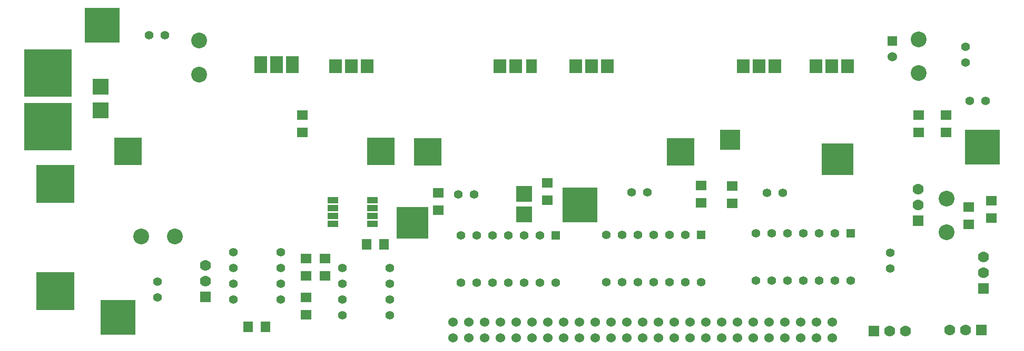
<source format=gbs>
G04 (created by PCBNEW (22-Jun-2014 BZR 4027)-stable) date lun 20 oct 2014 04:40:32 CST*
%MOIN*%
G04 Gerber Fmt 3.4, Leading zero omitted, Abs format*
%FSLAX34Y34*%
G01*
G70*
G90*
G04 APERTURE LIST*
%ADD10C,0.00590551*%
%ADD11R,0.06X0.06*%
%ADD12C,0.06*%
%ADD13R,0.3X0.3*%
%ADD14R,0.24X0.24*%
%ADD15R,0.175X0.175*%
%ADD16R,0.2X0.2*%
%ADD17R,0.125X0.125*%
%ADD18R,0.1X0.1*%
%ADD19R,0.22X0.22*%
%ADD20C,0.055*%
%ADD21R,0.071X0.063*%
%ADD22R,0.063X0.071*%
%ADD23R,0.07X0.07*%
%ADD24C,0.07*%
%ADD25R,0.055X0.055*%
%ADD26C,0.1*%
%ADD27R,0.08X0.09*%
%ADD28R,0.07X0.09*%
%ADD29R,0.08X0.11*%
%ADD30R,0.065X0.04*%
G04 APERTURE END LIST*
G54D10*
G54D11*
X106830Y-54205D03*
G54D12*
X106830Y-55205D03*
G54D13*
X53402Y-59645D03*
X53402Y-56235D03*
G54D14*
X53870Y-63280D03*
X53870Y-70080D03*
G54D15*
X58450Y-61200D03*
X74450Y-61200D03*
X77430Y-61250D03*
X93430Y-61250D03*
G54D16*
X76450Y-65740D03*
G54D17*
X96550Y-60490D03*
G54D16*
X103365Y-61730D03*
G54D18*
X83530Y-65215D03*
X83530Y-63925D03*
G54D19*
X56810Y-53230D03*
X57838Y-71764D03*
X112518Y-60956D03*
G54D20*
X112738Y-58030D03*
X111738Y-58030D03*
X98888Y-63835D03*
X99888Y-63835D03*
X80375Y-63960D03*
X79375Y-63960D03*
X60315Y-70475D03*
X60315Y-69475D03*
X90340Y-63830D03*
X91340Y-63830D03*
X106700Y-67640D03*
X106700Y-68640D03*
X111474Y-54566D03*
X111474Y-55566D03*
X60785Y-53850D03*
X59785Y-53850D03*
G54D21*
X78099Y-64964D03*
X78099Y-63864D03*
X84986Y-64328D03*
X84986Y-63228D03*
X69500Y-58930D03*
X69500Y-60030D03*
X94740Y-64480D03*
X94740Y-63380D03*
G54D22*
X73560Y-67130D03*
X74660Y-67130D03*
G54D21*
X69720Y-71590D03*
X69720Y-70490D03*
X69720Y-68000D03*
X69720Y-69100D03*
X70920Y-68000D03*
X70920Y-69100D03*
X113080Y-64350D03*
X113080Y-65450D03*
X96690Y-64504D03*
X96690Y-63404D03*
X110235Y-60010D03*
X110235Y-58910D03*
X108490Y-58910D03*
X108490Y-60010D03*
X111675Y-64750D03*
X111675Y-65850D03*
G54D22*
X67166Y-72336D03*
X66066Y-72336D03*
G54D23*
X63360Y-70465D03*
G54D24*
X63360Y-68465D03*
X63360Y-69465D03*
G54D23*
X108460Y-65600D03*
G54D24*
X108460Y-63600D03*
X108460Y-64600D03*
G54D23*
X112590Y-69925D03*
G54D24*
X112590Y-67925D03*
X112590Y-68925D03*
G54D23*
X105650Y-72600D03*
G54D24*
X107650Y-72600D03*
X106650Y-72600D03*
G54D23*
X112452Y-72556D03*
G54D24*
X110452Y-72556D03*
X111452Y-72556D03*
G54D20*
X75024Y-68605D03*
X75024Y-69605D03*
X75024Y-70605D03*
X75024Y-71605D03*
X72024Y-71605D03*
X72024Y-70605D03*
X72024Y-69605D03*
X72024Y-68605D03*
X65116Y-67624D03*
X65116Y-68624D03*
X65116Y-69624D03*
X65116Y-70624D03*
X68116Y-70624D03*
X68116Y-69624D03*
X68116Y-68624D03*
X68116Y-67624D03*
G54D25*
X85522Y-66546D03*
G54D20*
X84522Y-66546D03*
X83522Y-66546D03*
X82522Y-66546D03*
X81522Y-66546D03*
X80522Y-66546D03*
X79522Y-66546D03*
X79522Y-69546D03*
X80522Y-69546D03*
X81522Y-69546D03*
X82522Y-69546D03*
X83522Y-69546D03*
X84522Y-69546D03*
X85522Y-69546D03*
G54D25*
X94740Y-66502D03*
G54D20*
X93740Y-66502D03*
X92740Y-66502D03*
X91740Y-66502D03*
X90740Y-66502D03*
X89740Y-66502D03*
X88740Y-66502D03*
X88740Y-69502D03*
X89740Y-69502D03*
X90740Y-69502D03*
X91740Y-69502D03*
X92740Y-69502D03*
X93740Y-69502D03*
X94740Y-69502D03*
G54D25*
X104180Y-66420D03*
G54D20*
X103180Y-66420D03*
X102180Y-66420D03*
X101180Y-66420D03*
X100180Y-66420D03*
X99180Y-66420D03*
X98180Y-66420D03*
X98180Y-69420D03*
X99180Y-69420D03*
X100180Y-69420D03*
X101180Y-69420D03*
X102180Y-69420D03*
X103180Y-69420D03*
X104180Y-69420D03*
G54D12*
X79014Y-73051D03*
X79025Y-72060D03*
X84014Y-73051D03*
X80014Y-72051D03*
X85014Y-73051D03*
X81014Y-72051D03*
X86014Y-73051D03*
X82014Y-72051D03*
X87014Y-73051D03*
X83014Y-72051D03*
X88014Y-73051D03*
X84014Y-72051D03*
X89014Y-73051D03*
X85014Y-72051D03*
X90014Y-73051D03*
X86014Y-72051D03*
X91014Y-73051D03*
X87014Y-72051D03*
X92014Y-73051D03*
X88014Y-72051D03*
X93014Y-73051D03*
X89014Y-72051D03*
X94014Y-73051D03*
X90014Y-72051D03*
X91014Y-72051D03*
X95014Y-73051D03*
X92014Y-72051D03*
X94014Y-72051D03*
X95014Y-72051D03*
X96014Y-72051D03*
X97014Y-72051D03*
X96014Y-73051D03*
X97014Y-73051D03*
X80014Y-73051D03*
X81014Y-73051D03*
X82014Y-73051D03*
X83014Y-73051D03*
X98014Y-73051D03*
X98014Y-72051D03*
X93014Y-72051D03*
X99014Y-73051D03*
X99014Y-72051D03*
X100014Y-73051D03*
X100014Y-72051D03*
X101014Y-73051D03*
X101014Y-72051D03*
X102014Y-73051D03*
X102014Y-72051D03*
X103014Y-73051D03*
X103014Y-72051D03*
G54D26*
X62964Y-54194D03*
X62964Y-56334D03*
X61420Y-66610D03*
X59280Y-66610D03*
X108500Y-54125D03*
X108500Y-56265D03*
X110260Y-66350D03*
X110260Y-64210D03*
G54D27*
X104000Y-55800D03*
X102000Y-55800D03*
X103000Y-55800D03*
X88800Y-55800D03*
X86800Y-55800D03*
X87800Y-55800D03*
X73600Y-55800D03*
X71600Y-55800D03*
X72600Y-55800D03*
X82000Y-55800D03*
G54D28*
X84000Y-55800D03*
G54D27*
X83000Y-55800D03*
X97400Y-55800D03*
X99400Y-55800D03*
X98400Y-55800D03*
G54D29*
X66850Y-55700D03*
X68850Y-55700D03*
X67850Y-55700D03*
G54D18*
X56737Y-58627D03*
X56739Y-57110D03*
G54D30*
X73910Y-65830D03*
X73910Y-65330D03*
X73910Y-64830D03*
X73910Y-64330D03*
X71410Y-64330D03*
X71410Y-64830D03*
X71410Y-65330D03*
X71410Y-65830D03*
G54D10*
G36*
X85945Y-65720D02*
X85945Y-63520D01*
X88145Y-63520D01*
X88145Y-65720D01*
X85945Y-65720D01*
X85945Y-65720D01*
G37*
M02*

</source>
